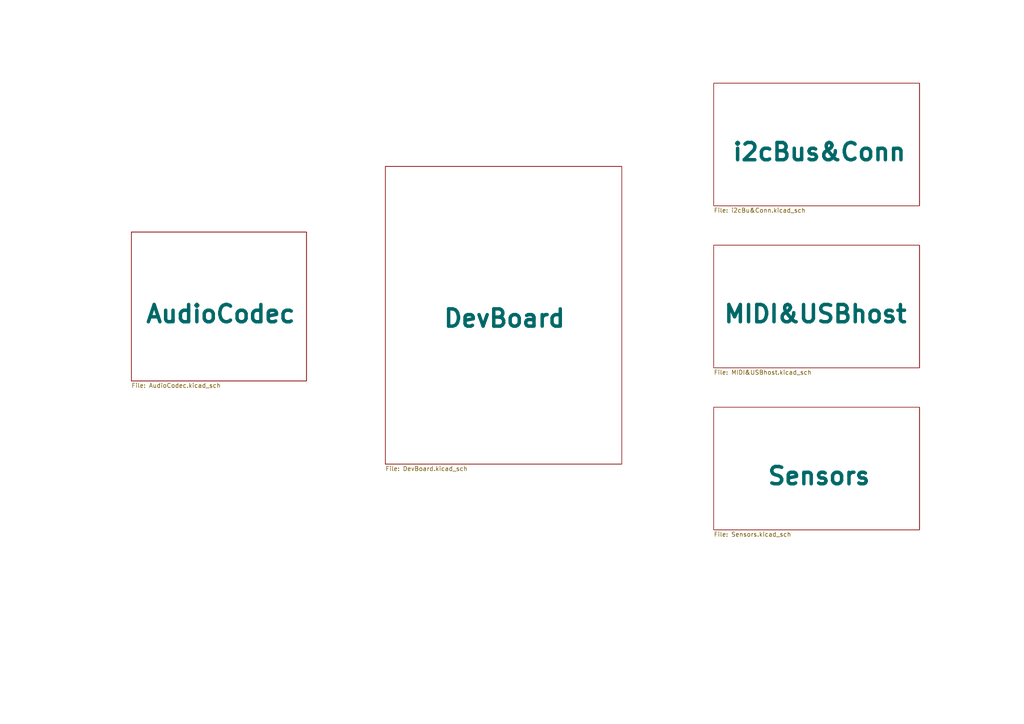
<source format=kicad_sch>
(kicad_sch (version 20211123) (generator eeschema)
  (paper "A4")
  (lib_symbols)
  (sheet (at 111.76 48.26) (size 68.58 86.36)
    (property "Sheet name" "DevBoard" (at 128.27 95.25 0) (effects (font (size 5 5) bold) (justify left bottom)))
    (property "Sheet file" "DevBoard.kicad_sch" (at 111.76 135.2046 0) (effects (justify left top)))
  )
  (sheet (at 38.1 67.31) (size 50.8 43.18)
    (property "Sheet name" "AudioCodec" (at 41.91 93.98 0) (effects (font (size 5 5) bold) (justify left bottom)))
    (property "Sheet file" "AudioCodec.kicad_sch" (at 38.1 111.0746 0) (effects (justify left top)))
  )
  (sheet (at 207.01 24.13) (size 59.69 35.56)
    (property "Sheet name" "i2cBus&Conn" (at 212.09 46.99 0) (effects (font (size 5 5) bold) (justify left bottom)))
    (property "Sheet file" "i2cBu&Conn.kicad_sch" (at 207.01 60.2746 0) (effects (justify left top)))
  )
  (sheet (at 207.01 71.12) (size 59.69 35.56)
    (property "Sheet name" "MIDI&USBhost" (at 209.55 93.98 0) (effects (font (size 5 5) bold) (justify left bottom)))
    (property "Sheet file" "MIDI&USBhost.kicad_sch" (at 207.01 107.2646 0) (effects (justify left top)))
  )
  (sheet (at 207.01 118.11) (size 59.69 35.56)
    (property "Sheet name" "Sensors" (at 222.25 140.97 0) (effects (font (size 5 5) bold) (justify left bottom)))
    (property "Sheet file" "Sensors.kicad_sch" (at 207.01 154.2546 0) (effects (justify left top)))
  )
)
</source>
